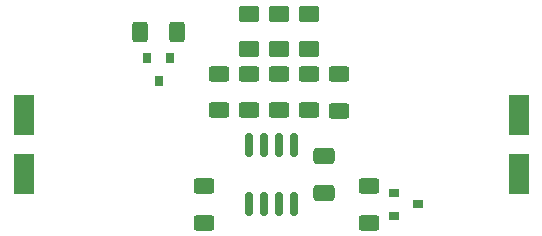
<source format=gbr>
%TF.GenerationSoftware,KiCad,Pcbnew,(5.99.0-11163-g08fb05e522)*%
%TF.CreationDate,2021-11-19T20:45:56+01:00*%
%TF.ProjectId,pumpBoard,70756d70-426f-4617-9264-2e6b69636164,rev?*%
%TF.SameCoordinates,Original*%
%TF.FileFunction,Paste,Top*%
%TF.FilePolarity,Positive*%
%FSLAX46Y46*%
G04 Gerber Fmt 4.6, Leading zero omitted, Abs format (unit mm)*
G04 Created by KiCad (PCBNEW (5.99.0-11163-g08fb05e522)) date 2021-11-19 20:45:56*
%MOMM*%
%LPD*%
G01*
G04 APERTURE LIST*
G04 Aperture macros list*
%AMRoundRect*
0 Rectangle with rounded corners*
0 $1 Rounding radius*
0 $2 $3 $4 $5 $6 $7 $8 $9 X,Y pos of 4 corners*
0 Add a 4 corners polygon primitive as box body*
4,1,4,$2,$3,$4,$5,$6,$7,$8,$9,$2,$3,0*
0 Add four circle primitives for the rounded corners*
1,1,$1+$1,$2,$3*
1,1,$1+$1,$4,$5*
1,1,$1+$1,$6,$7*
1,1,$1+$1,$8,$9*
0 Add four rect primitives between the rounded corners*
20,1,$1+$1,$2,$3,$4,$5,0*
20,1,$1+$1,$4,$5,$6,$7,0*
20,1,$1+$1,$6,$7,$8,$9,0*
20,1,$1+$1,$8,$9,$2,$3,0*%
G04 Aperture macros list end*
%ADD10RoundRect,0.250000X0.400000X0.625000X-0.400000X0.625000X-0.400000X-0.625000X0.400000X-0.625000X0*%
%ADD11RoundRect,0.250000X0.625000X-0.400000X0.625000X0.400000X-0.625000X0.400000X-0.625000X-0.400000X0*%
%ADD12RoundRect,0.250000X-0.625000X0.400000X-0.625000X-0.400000X0.625000X-0.400000X0.625000X0.400000X0*%
%ADD13RoundRect,0.250001X-0.624999X0.462499X-0.624999X-0.462499X0.624999X-0.462499X0.624999X0.462499X0*%
%ADD14RoundRect,0.250000X-0.650000X0.412500X-0.650000X-0.412500X0.650000X-0.412500X0.650000X0.412500X0*%
%ADD15R,1.800000X3.500000*%
%ADD16R,0.900000X0.800000*%
%ADD17RoundRect,0.150000X-0.150000X0.825000X-0.150000X-0.825000X0.150000X-0.825000X0.150000X0.825000X0*%
%ADD18R,0.800000X0.900000*%
G04 APERTURE END LIST*
D10*
%TO.C,R7*%
X145060000Y-86995000D03*
X141960000Y-86995000D03*
%TD*%
D11*
%TO.C,R6*%
X158750000Y-93690000D03*
X158750000Y-90590000D03*
%TD*%
D12*
%TO.C,R8*%
X161290000Y-100050000D03*
X161290000Y-103150000D03*
%TD*%
D11*
%TO.C,R1*%
X156210000Y-93625000D03*
X156210000Y-90525000D03*
%TD*%
%TO.C,R3*%
X151130000Y-93625000D03*
X151130000Y-90525000D03*
%TD*%
D12*
%TO.C,R5*%
X148590000Y-90525000D03*
X148590000Y-93625000D03*
%TD*%
D13*
%TO.C,D1*%
X156210000Y-85507500D03*
X156210000Y-88482500D03*
%TD*%
%TO.C,D2*%
X151130000Y-85507500D03*
X151130000Y-88482500D03*
%TD*%
D14*
%TO.C,C1*%
X157480000Y-97497500D03*
X157480000Y-100622500D03*
%TD*%
D11*
%TO.C,R4*%
X153670000Y-93625000D03*
X153670000Y-90525000D03*
%TD*%
D13*
%TO.C,D3*%
X153670000Y-85507500D03*
X153670000Y-88482500D03*
%TD*%
D15*
%TO.C,D4*%
X132080000Y-99020000D03*
X132080000Y-94020000D03*
%TD*%
D16*
%TO.C,Q2*%
X163465000Y-100650000D03*
X163465000Y-102550000D03*
X165465000Y-101600000D03*
%TD*%
D17*
%TO.C,U1*%
X154940000Y-96585000D03*
X153670000Y-96585000D03*
X152400000Y-96585000D03*
X151130000Y-96585000D03*
X151130000Y-101535000D03*
X152400000Y-101535000D03*
X153670000Y-101535000D03*
X154940000Y-101535000D03*
%TD*%
D12*
%TO.C,R2*%
X147320000Y-100050000D03*
X147320000Y-103150000D03*
%TD*%
D18*
%TO.C,Q1*%
X144460000Y-89170000D03*
X142560000Y-89170000D03*
X143510000Y-91170000D03*
%TD*%
D15*
%TO.C,D5*%
X173990000Y-94020000D03*
X173990000Y-99020000D03*
%TD*%
M02*

</source>
